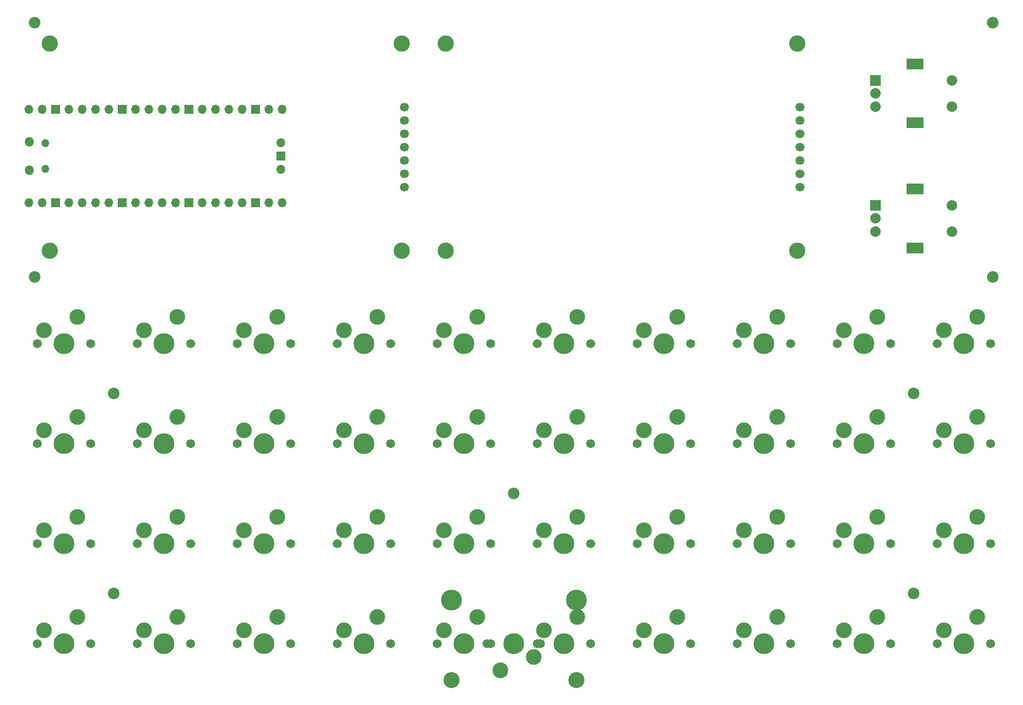
<source format=gbr>
%TF.GenerationSoftware,KiCad,Pcbnew,(6.0.4-0)*%
%TF.CreationDate,2022-09-25T09:44:29-05:00*%
%TF.ProjectId,mekko5X,6d656b6b-6f35-4582-9e6b-696361645f70,rev?*%
%TF.SameCoordinates,Original*%
%TF.FileFunction,Soldermask,Top*%
%TF.FilePolarity,Negative*%
%FSLAX46Y46*%
G04 Gerber Fmt 4.6, Leading zero omitted, Abs format (unit mm)*
G04 Created by KiCad (PCBNEW (6.0.4-0)) date 2022-09-25 09:44:29*
%MOMM*%
%LPD*%
G01*
G04 APERTURE LIST*
%ADD10C,3.100000*%
%ADD11C,1.700000*%
%ADD12C,3.987800*%
%ADD13C,1.701800*%
%ADD14C,3.000000*%
%ADD15R,2.000000X2.000000*%
%ADD16C,2.000000*%
%ADD17R,3.200000X2.000000*%
%ADD18C,3.048000*%
%ADD19O,1.800000X1.800000*%
%ADD20O,1.500000X1.500000*%
%ADD21O,1.700000X1.700000*%
%ADD22R,1.700000X1.700000*%
%ADD23C,2.200000*%
G04 APERTURE END LIST*
D10*
%TO.C,U2*%
X161992500Y-17461250D03*
X94992500Y-17461250D03*
X161992500Y-56961250D03*
X94992500Y-56961250D03*
D11*
X162492500Y-29591250D03*
X162492500Y-32131250D03*
X162492500Y-34671250D03*
X162492500Y-37211250D03*
X162492500Y-39751250D03*
X162492500Y-42291250D03*
X162492500Y-44831250D03*
%TD*%
D10*
%TO.C,U1*%
X86586250Y-17461250D03*
X19586250Y-17461250D03*
X86586250Y-56961250D03*
X19586250Y-56961250D03*
D11*
X87086250Y-29591250D03*
X87086250Y-32131250D03*
X87086250Y-34671250D03*
X87086250Y-37211250D03*
X87086250Y-39751250D03*
X87086250Y-42291250D03*
X87086250Y-44831250D03*
%TD*%
D12*
%TO.C,SW35*%
X60325000Y-131762500D03*
D13*
X55245000Y-131762500D03*
D14*
X62865000Y-126682500D03*
D13*
X65405000Y-131762500D03*
D14*
X56515000Y-129222500D03*
%TD*%
D13*
%TO.C,SW26*%
X84455000Y-112712500D03*
D14*
X75565000Y-110172500D03*
X81915000Y-107632500D03*
D12*
X79375000Y-112712500D03*
D13*
X74295000Y-112712500D03*
%TD*%
D14*
%TO.C,SW24*%
X43815000Y-107632500D03*
D12*
X41275000Y-112712500D03*
D13*
X46355000Y-112712500D03*
D14*
X37465000Y-110172500D03*
D13*
X36195000Y-112712500D03*
%TD*%
D12*
%TO.C,SW22*%
X193675000Y-93662500D03*
D14*
X189865000Y-91122500D03*
X196215000Y-88582500D03*
D13*
X188595000Y-93662500D03*
X198755000Y-93662500D03*
%TD*%
D12*
%TO.C,SW9*%
X136525000Y-74612500D03*
D13*
X131445000Y-74612500D03*
X141605000Y-74612500D03*
D14*
X139065000Y-69532500D03*
X132715000Y-72072500D03*
%TD*%
D13*
%TO.C,SW18*%
X122555000Y-93662500D03*
D14*
X113665000Y-91122500D03*
D13*
X112395000Y-93662500D03*
D14*
X120015000Y-88582500D03*
D12*
X117475000Y-93662500D03*
%TD*%
%TO.C,SW8*%
X117475000Y-74612500D03*
D14*
X120015000Y-69532500D03*
D13*
X122555000Y-74612500D03*
X112395000Y-74612500D03*
D14*
X113665000Y-72072500D03*
%TD*%
%TO.C,SW32*%
X196215000Y-107632500D03*
X189865000Y-110172500D03*
D12*
X193675000Y-112712500D03*
D13*
X188595000Y-112712500D03*
X198755000Y-112712500D03*
%TD*%
D15*
%TO.C,SW1*%
X176900000Y-24487500D03*
D16*
X176900000Y-29487500D03*
X176900000Y-26987500D03*
D17*
X184400000Y-32587500D03*
X184400000Y-21387500D03*
D16*
X191400000Y-29487500D03*
X191400000Y-24487500D03*
%TD*%
D13*
%TO.C,SW29*%
X131445000Y-112712500D03*
D12*
X136525000Y-112712500D03*
D14*
X132715000Y-110172500D03*
X139065000Y-107632500D03*
D13*
X141605000Y-112712500D03*
%TD*%
%TO.C,SW21*%
X179705000Y-93662500D03*
D12*
X174625000Y-93662500D03*
D13*
X169545000Y-93662500D03*
D14*
X170815000Y-91122500D03*
X177165000Y-88582500D03*
%TD*%
D13*
%TO.C,SW5*%
X65405000Y-74612500D03*
X55245000Y-74612500D03*
D14*
X56515000Y-72072500D03*
D12*
X60325000Y-74612500D03*
D14*
X62865000Y-69532500D03*
%TD*%
D12*
%TO.C,REF\u002A\u002A*%
X119850000Y-123507500D03*
D18*
X119850000Y-138747500D03*
X96050000Y-138747500D03*
D12*
X96050000Y-123507500D03*
%TD*%
%TO.C,SW41*%
X174625000Y-131762500D03*
D14*
X170815000Y-129222500D03*
X177165000Y-126682500D03*
D13*
X169545000Y-131762500D03*
X179705000Y-131762500D03*
%TD*%
D12*
%TO.C,SW3*%
X22225000Y-74612500D03*
D13*
X17145000Y-74612500D03*
D14*
X18415000Y-72072500D03*
D13*
X27305000Y-74612500D03*
D14*
X24765000Y-69532500D03*
%TD*%
%TO.C,SW42*%
X196215000Y-126682500D03*
D12*
X193675000Y-131762500D03*
D13*
X198755000Y-131762500D03*
X188595000Y-131762500D03*
D14*
X189865000Y-129222500D03*
%TD*%
%TO.C,SW34*%
X37465000Y-129222500D03*
D12*
X41275000Y-131762500D03*
D14*
X43815000Y-126682500D03*
D13*
X36195000Y-131762500D03*
X46355000Y-131762500D03*
%TD*%
D14*
%TO.C,SW10*%
X151765000Y-72072500D03*
D13*
X150495000Y-74612500D03*
D14*
X158115000Y-69532500D03*
D12*
X155575000Y-74612500D03*
D13*
X160655000Y-74612500D03*
%TD*%
%TO.C,SW30*%
X160655000Y-112712500D03*
D12*
X155575000Y-112712500D03*
D13*
X150495000Y-112712500D03*
D14*
X158115000Y-107632500D03*
X151765000Y-110172500D03*
%TD*%
D13*
%TO.C,SW36*%
X74295000Y-131762500D03*
D14*
X81915000Y-126682500D03*
D13*
X84455000Y-131762500D03*
D14*
X75565000Y-129222500D03*
D12*
X79375000Y-131762500D03*
%TD*%
D13*
%TO.C,SW4*%
X36195000Y-74612500D03*
D12*
X41275000Y-74612500D03*
D14*
X37465000Y-72072500D03*
X43815000Y-69532500D03*
D13*
X46355000Y-74612500D03*
%TD*%
D12*
%TO.C,SW31*%
X174625000Y-112712500D03*
D14*
X170815000Y-110172500D03*
D13*
X169545000Y-112712500D03*
D14*
X177165000Y-107632500D03*
D13*
X179705000Y-112712500D03*
%TD*%
D14*
%TO.C,SW16*%
X75565000Y-91122500D03*
D13*
X74295000Y-93662500D03*
X84455000Y-93662500D03*
D14*
X81915000Y-88582500D03*
D12*
X79375000Y-93662500D03*
%TD*%
D14*
%TO.C,SW33*%
X18415000Y-129222500D03*
X24765000Y-126682500D03*
D13*
X17145000Y-131762500D03*
D12*
X22225000Y-131762500D03*
D13*
X27305000Y-131762500D03*
%TD*%
D12*
%TO.C,SW7*%
X98425000Y-74612500D03*
D14*
X100965000Y-69532500D03*
D13*
X103505000Y-74612500D03*
X93345000Y-74612500D03*
D14*
X94615000Y-72072500D03*
%TD*%
%TO.C,SW44*%
X111760000Y-134302500D03*
X105410000Y-136842500D03*
D12*
X107950000Y-131762500D03*
D13*
X102870000Y-131762500D03*
X113030000Y-131762500D03*
%TD*%
D15*
%TO.C,SW2*%
X176900000Y-48300000D03*
D16*
X176900000Y-53300000D03*
X176900000Y-50800000D03*
D17*
X184400000Y-56400000D03*
X184400000Y-45200000D03*
D16*
X191400000Y-53300000D03*
X191400000Y-48300000D03*
%TD*%
D14*
%TO.C,SW37*%
X94615000Y-129222500D03*
X100965000Y-126682500D03*
D13*
X93345000Y-131762500D03*
X103505000Y-131762500D03*
D12*
X98425000Y-131762500D03*
%TD*%
D13*
%TO.C,SW27*%
X103505000Y-112712500D03*
D14*
X94615000Y-110172500D03*
X100965000Y-107632500D03*
D13*
X93345000Y-112712500D03*
D12*
X98425000Y-112712500D03*
%TD*%
D13*
%TO.C,SW11*%
X169545000Y-74612500D03*
D14*
X170815000Y-72072500D03*
D13*
X179705000Y-74612500D03*
D14*
X177165000Y-69532500D03*
D12*
X174625000Y-74612500D03*
%TD*%
D13*
%TO.C,SW20*%
X160655000Y-93662500D03*
D12*
X155575000Y-93662500D03*
D14*
X151765000Y-91122500D03*
X158115000Y-88582500D03*
D13*
X150495000Y-93662500D03*
%TD*%
D14*
%TO.C,SW15*%
X56515000Y-91122500D03*
D13*
X65405000Y-93662500D03*
D12*
X60325000Y-93662500D03*
D14*
X62865000Y-88582500D03*
D13*
X55245000Y-93662500D03*
%TD*%
D14*
%TO.C,SW38*%
X120015000Y-126682500D03*
D12*
X117475000Y-131762500D03*
D14*
X113665000Y-129222500D03*
D13*
X112395000Y-131762500D03*
X122555000Y-131762500D03*
%TD*%
D14*
%TO.C,SW39*%
X132715000Y-129222500D03*
X139065000Y-126682500D03*
D13*
X141605000Y-131762500D03*
D12*
X136525000Y-131762500D03*
D13*
X131445000Y-131762500D03*
%TD*%
D14*
%TO.C,SW19*%
X132715000Y-91122500D03*
D13*
X131445000Y-93662500D03*
X141605000Y-93662500D03*
D12*
X136525000Y-93662500D03*
D14*
X139065000Y-88582500D03*
%TD*%
%TO.C,SW6*%
X75565000Y-72072500D03*
D13*
X74295000Y-74612500D03*
D12*
X79375000Y-74612500D03*
D14*
X81915000Y-69532500D03*
D13*
X84455000Y-74612500D03*
%TD*%
D14*
%TO.C,SW13*%
X24765000Y-88582500D03*
D12*
X22225000Y-93662500D03*
D13*
X27305000Y-93662500D03*
X17145000Y-93662500D03*
D14*
X18415000Y-91122500D03*
%TD*%
%TO.C,SW28*%
X113665000Y-110172500D03*
D12*
X117475000Y-112712500D03*
D14*
X120015000Y-107632500D03*
D13*
X112395000Y-112712500D03*
X122555000Y-112712500D03*
%TD*%
D14*
%TO.C,SW25*%
X56515000Y-110172500D03*
D13*
X65405000Y-112712500D03*
D14*
X62865000Y-107632500D03*
D13*
X55245000Y-112712500D03*
D12*
X60325000Y-112712500D03*
%TD*%
D14*
%TO.C,SW40*%
X151765000Y-129222500D03*
D12*
X155575000Y-131762500D03*
D13*
X160655000Y-131762500D03*
X150495000Y-131762500D03*
D14*
X158115000Y-126682500D03*
%TD*%
D13*
%TO.C,SW17*%
X93345000Y-93662500D03*
D14*
X94615000Y-91122500D03*
D13*
X103505000Y-93662500D03*
D14*
X100965000Y-88582500D03*
D12*
X98425000Y-93662500D03*
%TD*%
D13*
%TO.C,SW23*%
X27305000Y-112712500D03*
X17145000Y-112712500D03*
D14*
X18415000Y-110172500D03*
D12*
X22225000Y-112712500D03*
D14*
X24765000Y-107632500D03*
%TD*%
D12*
%TO.C,SW14*%
X41275000Y-93662500D03*
D13*
X36195000Y-93662500D03*
D14*
X43815000Y-88582500D03*
D13*
X46355000Y-93662500D03*
D14*
X37465000Y-91122500D03*
%TD*%
D13*
%TO.C,SW12*%
X198755000Y-74612500D03*
D14*
X189865000Y-72072500D03*
D13*
X188595000Y-74612500D03*
D12*
X193675000Y-74612500D03*
D14*
X196215000Y-69532500D03*
%TD*%
D19*
%TO.C,U3*%
X15687500Y-36168750D03*
D20*
X18717500Y-41318750D03*
X18717500Y-36468750D03*
D19*
X15687500Y-41618750D03*
D21*
X15557500Y-30003750D03*
X18097500Y-30003750D03*
D22*
X20637500Y-30003750D03*
D21*
X23177500Y-30003750D03*
X25717500Y-30003750D03*
X28257500Y-30003750D03*
X30797500Y-30003750D03*
D22*
X33337500Y-30003750D03*
D21*
X35877500Y-30003750D03*
X38417500Y-30003750D03*
X40957500Y-30003750D03*
X43497500Y-30003750D03*
D22*
X46037500Y-30003750D03*
D21*
X48577500Y-30003750D03*
X51117500Y-30003750D03*
X53657500Y-30003750D03*
X56197500Y-30003750D03*
D22*
X58737500Y-30003750D03*
D21*
X61277500Y-30003750D03*
X63817500Y-30003750D03*
X63817500Y-47783750D03*
X61277500Y-47783750D03*
D22*
X58737500Y-47783750D03*
D21*
X56197500Y-47783750D03*
X53657500Y-47783750D03*
X51117500Y-47783750D03*
X48577500Y-47783750D03*
D22*
X46037500Y-47783750D03*
D21*
X43497500Y-47783750D03*
X40957500Y-47783750D03*
X38417500Y-47783750D03*
X35877500Y-47783750D03*
D22*
X33337500Y-47783750D03*
D21*
X30797500Y-47783750D03*
X28257500Y-47783750D03*
X25717500Y-47783750D03*
X23177500Y-47783750D03*
D22*
X20637500Y-47783750D03*
D21*
X18097500Y-47783750D03*
X15557500Y-47783750D03*
X63587500Y-36353750D03*
D22*
X63587500Y-38893750D03*
D21*
X63587500Y-41433750D03*
%TD*%
D23*
%TO.C,H1*%
X199231250Y-13493750D03*
%TD*%
%TO.C,H2*%
X16668750Y-13493750D03*
%TD*%
%TO.C,H3*%
X199231250Y-61912500D03*
%TD*%
%TO.C,H9*%
X31750000Y-122237500D03*
%TD*%
%TO.C,H4*%
X16668750Y-61912500D03*
%TD*%
%TO.C,H8*%
X184150000Y-122237500D03*
%TD*%
%TO.C,H5*%
X107950000Y-103187500D03*
%TD*%
%TO.C,H7*%
X31750000Y-84137500D03*
%TD*%
%TO.C,H6*%
X184150000Y-84137500D03*
%TD*%
M02*

</source>
